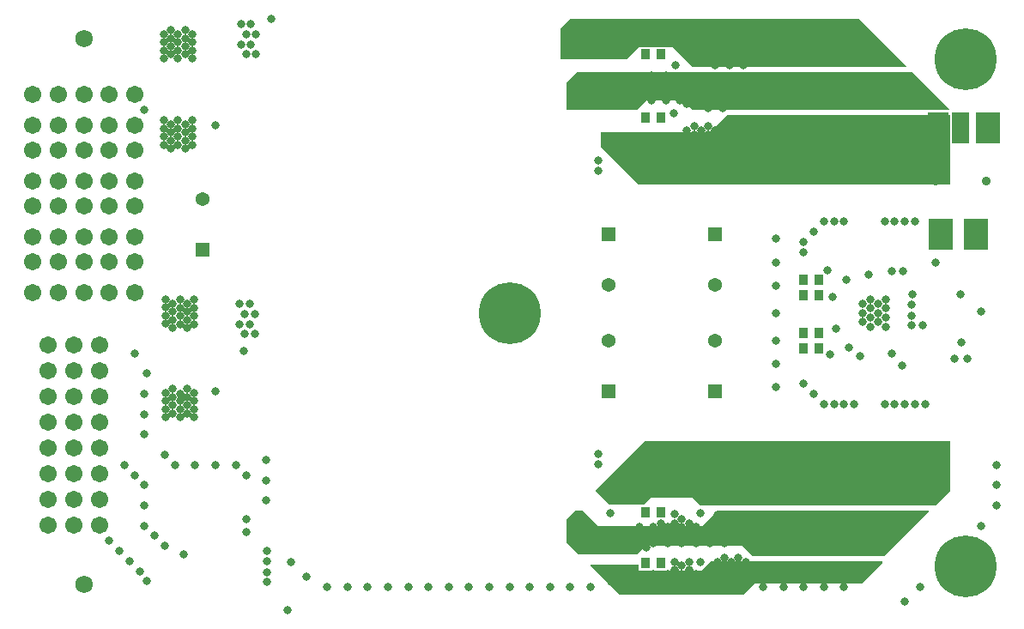
<source format=gbs>
G04*
G04 #@! TF.GenerationSoftware,Altium Limited,Altium Designer,22.9.1 (49)*
G04*
G04 Layer_Color=16711935*
%FSLAX25Y25*%
%MOIN*%
G70*
G04*
G04 #@! TF.SameCoordinates,31D07EA8-2EF4-44A7-A807-3D2BB65C9B75*
G04*
G04*
G04 #@! TF.FilePolarity,Negative*
G04*
G01*
G75*
%ADD70R,0.03740X0.04331*%
%ADD75C,0.03543*%
%ADD76C,0.06713*%
%ADD77C,0.06791*%
%ADD78C,0.05413*%
%ADD79R,0.05413X0.05413*%
%ADD80C,0.03150*%
%ADD81C,0.24016*%
%ADD94R,0.09213X0.12284*%
%ADD95R,0.07087X0.12284*%
%ADD96R,0.08307X0.12284*%
G36*
X341738Y21153D02*
X333708Y13124D01*
X291976D01*
X287645Y8793D01*
X239239D01*
X228152Y19879D01*
X228344Y20341D01*
X246949D01*
Y17898D01*
X271323Y17898D01*
X275040Y21615D01*
X341546D01*
X341738Y21153D01*
D02*
G37*
G36*
X359774Y40877D02*
X342520Y23622D01*
X291339D01*
X287402Y27559D01*
X249550D01*
X246161Y24170D01*
X223483D01*
X219052Y28602D01*
Y37950D01*
X222441Y41339D01*
X225181D01*
X231086Y35433D01*
X271654D01*
X277559Y41339D01*
X359583D01*
X359774Y40877D01*
D02*
G37*
G36*
X367956Y49058D02*
X362205Y43307D01*
X271063D01*
X268046Y46324D01*
X251721D01*
X248901Y43504D01*
X235646D01*
X230126Y49024D01*
X249426Y68324D01*
X367956D01*
Y49058D01*
D02*
G37*
G36*
X350840Y214121D02*
X350648Y213659D01*
X267922D01*
X260108Y221472D01*
X247161D01*
X242224Y216535D01*
X216535D01*
Y228346D01*
X220472Y232283D01*
X332677D01*
X350840Y214121D01*
D02*
G37*
G36*
X367648Y197312D02*
X367457Y196850D01*
X268110D01*
X264173Y200787D01*
X250000D01*
Y200450D01*
X246400Y196850D01*
X219052D01*
Y207619D01*
X223066Y211633D01*
X353328D01*
X367648Y197312D01*
D02*
G37*
G36*
X368110Y167871D02*
X246987D01*
X232283Y182575D01*
X232283Y188322D01*
X274887D01*
X281447Y194882D01*
X368110D01*
Y167871D01*
D02*
G37*
D70*
X255709Y218504D02*
D03*
X249803D02*
D03*
Y194095D02*
D03*
X255709D02*
D03*
X316929Y110236D02*
D03*
X311024D02*
D03*
X316929Y125000D02*
D03*
X311024D02*
D03*
X316929Y104331D02*
D03*
X311024D02*
D03*
X316929Y130905D02*
D03*
X311024D02*
D03*
X255709Y40551D02*
D03*
X249803D02*
D03*
Y20866D02*
D03*
X255709D02*
D03*
D75*
X362205Y169291D02*
D03*
X381890D02*
D03*
D76*
X51181Y137894D02*
D03*
X41339D02*
D03*
X31496D02*
D03*
X21654D02*
D03*
X11811D02*
D03*
X51181Y126083D02*
D03*
X41339D02*
D03*
X31496D02*
D03*
X21654D02*
D03*
X11811D02*
D03*
X31496Y202854D02*
D03*
X21654D02*
D03*
X11811D02*
D03*
X21654Y191043D02*
D03*
X11811D02*
D03*
X21654Y181201D02*
D03*
X11811D02*
D03*
X21654Y169390D02*
D03*
X11811D02*
D03*
X21654Y159547D02*
D03*
X11811D02*
D03*
X21654Y147736D02*
D03*
X11811D02*
D03*
X51181Y169390D02*
D03*
Y202854D02*
D03*
X41339D02*
D03*
X51181Y191043D02*
D03*
X41339D02*
D03*
X51181Y181201D02*
D03*
X41339D02*
D03*
Y169390D02*
D03*
X51181Y159547D02*
D03*
X41339D02*
D03*
X51181Y147736D02*
D03*
X41339D02*
D03*
X31496D02*
D03*
Y191043D02*
D03*
Y181201D02*
D03*
Y169390D02*
D03*
Y159547D02*
D03*
X37716Y105728D02*
D03*
X17717Y85728D02*
D03*
X27716Y105728D02*
D03*
X17717Y75728D02*
D03*
X27716D02*
D03*
X37716Y95728D02*
D03*
X27716Y85728D02*
D03*
X17717Y95728D02*
D03*
X27716D02*
D03*
X17717Y105728D02*
D03*
Y55728D02*
D03*
X27716Y35728D02*
D03*
X17717D02*
D03*
X27716Y45728D02*
D03*
X17717D02*
D03*
X27716Y55728D02*
D03*
Y65728D02*
D03*
X17717D02*
D03*
X37716Y85728D02*
D03*
Y75728D02*
D03*
Y65728D02*
D03*
Y55728D02*
D03*
Y45728D02*
D03*
Y35728D02*
D03*
D77*
X31496Y12808D02*
D03*
Y224508D02*
D03*
D78*
X276575Y128937D02*
D03*
Y107283D02*
D03*
X235236D02*
D03*
Y128937D02*
D03*
X77756Y162402D02*
D03*
D79*
X276575Y148622D02*
D03*
Y87598D02*
D03*
X235236D02*
D03*
Y148622D02*
D03*
X77756Y142717D02*
D03*
D80*
X342520Y82677D02*
D03*
X333071Y101181D02*
D03*
X328740Y104724D02*
D03*
X323686Y111827D02*
D03*
X372047Y125236D02*
D03*
X353150Y125189D02*
D03*
X353051Y121268D02*
D03*
X352859Y116921D02*
D03*
X94488Y32933D02*
D03*
X102772Y25814D02*
D03*
Y21772D02*
D03*
X274803Y10433D02*
D03*
X303150Y11811D02*
D03*
X212598D02*
D03*
X149606D02*
D03*
X263780Y10433D02*
D03*
X228346Y11811D02*
D03*
X280315Y10433D02*
D03*
X318898Y11811D02*
D03*
X165354D02*
D03*
X181102D02*
D03*
X252756Y10433D02*
D03*
X125984Y11811D02*
D03*
X188976D02*
D03*
X241732Y10433D02*
D03*
X295276Y11811D02*
D03*
X204724D02*
D03*
X326772Y11811D02*
D03*
X141732Y11811D02*
D03*
X196850D02*
D03*
X247244Y10433D02*
D03*
X133858Y11811D02*
D03*
X269291Y10433D02*
D03*
X285827Y10433D02*
D03*
X311024Y11811D02*
D03*
X220472D02*
D03*
X157480D02*
D03*
X258268Y10433D02*
D03*
X173228Y11811D02*
D03*
X102362Y53150D02*
D03*
Y45276D02*
D03*
Y61024D02*
D03*
X330709Y82677D02*
D03*
X346457D02*
D03*
X322835Y153543D02*
D03*
X326772D02*
D03*
X349699Y134257D02*
D03*
X345276Y134252D02*
D03*
X41339Y29528D02*
D03*
X62992Y27559D02*
D03*
X59055Y31496D02*
D03*
X55118Y35433D02*
D03*
Y43307D02*
D03*
Y51181D02*
D03*
X51181Y55118D02*
D03*
X366142Y59055D02*
D03*
Y51181D02*
D03*
X111843Y21291D02*
D03*
X334646Y19685D02*
D03*
X330709Y15748D02*
D03*
X94488Y55118D02*
D03*
X90551Y59055D02*
D03*
X82677D02*
D03*
X74803D02*
D03*
X66929D02*
D03*
X45276Y25591D02*
D03*
X53150Y17717D02*
D03*
X49213Y21654D02*
D03*
X102756Y13780D02*
D03*
X94488Y37933D02*
D03*
X70472Y24409D02*
D03*
X55935Y13882D02*
D03*
X321260Y101969D02*
D03*
X260630Y195669D02*
D03*
X257480Y200803D02*
D03*
X251969Y200787D02*
D03*
X265748Y188976D02*
D03*
X320472Y134646D02*
D03*
X268504Y190551D02*
D03*
X265748Y208661D02*
D03*
Y199213D02*
D03*
X262992Y200787D02*
D03*
X257480Y210236D02*
D03*
X260236Y208661D02*
D03*
X251969Y210236D02*
D03*
X254724Y202362D02*
D03*
X260236D02*
D03*
X257480Y203937D02*
D03*
X300394Y146850D02*
D03*
X343110Y116339D02*
D03*
X343110Y112795D02*
D03*
X343110Y123425D02*
D03*
X333957Y118110D02*
D03*
X343110Y119882D02*
D03*
X340059Y114567D02*
D03*
X333957Y121653D02*
D03*
X333957Y114567D02*
D03*
X340059Y118110D02*
D03*
X337008Y116339D02*
D03*
X337008Y123425D02*
D03*
X340059Y121653D02*
D03*
X337008Y112795D02*
D03*
X337008Y119882D02*
D03*
X353051Y113287D02*
D03*
X362205Y137795D02*
D03*
X104331Y232283D02*
D03*
X244488Y15157D02*
D03*
X241732Y13583D02*
D03*
X238976Y15157D02*
D03*
X236221Y13583D02*
D03*
X235827Y40157D02*
D03*
X97823Y109875D02*
D03*
X95854Y113812D02*
D03*
X93886Y117749D02*
D03*
X97823D02*
D03*
X95854Y121686D02*
D03*
X91917D02*
D03*
Y113812D02*
D03*
X93886Y109875D02*
D03*
X385827Y59055D02*
D03*
Y43307D02*
D03*
X350394Y5906D02*
D03*
X354331Y153543D02*
D03*
X358268Y82677D02*
D03*
X350394Y153543D02*
D03*
X346457D02*
D03*
X354331Y82677D02*
D03*
X350394D02*
D03*
X311024Y90551D02*
D03*
X314961Y86614D02*
D03*
X318898Y82677D02*
D03*
X322835D02*
D03*
X311024Y141732D02*
D03*
Y145669D02*
D03*
X314961Y149606D02*
D03*
X318898Y153543D02*
D03*
X342520D02*
D03*
X326772Y82677D02*
D03*
X357283Y113228D02*
D03*
X300394Y118110D02*
D03*
Y137795D02*
D03*
Y89370D02*
D03*
Y128740D02*
D03*
Y107480D02*
D03*
Y98425D02*
D03*
X356299Y11811D02*
D03*
X379921Y35433D02*
D03*
X47244Y59055D02*
D03*
X68110Y226378D02*
D03*
X73622Y220079D02*
D03*
Y226378D02*
D03*
X70866Y218504D02*
D03*
Y221654D02*
D03*
Y227953D02*
D03*
X68110Y220079D02*
D03*
X65354Y218504D02*
D03*
X73622Y216929D02*
D03*
X68110Y223228D02*
D03*
Y216929D02*
D03*
X65354Y227953D02*
D03*
X62599Y223228D02*
D03*
X65354Y221654D02*
D03*
X70866Y224803D02*
D03*
X65354D02*
D03*
X73622Y223228D02*
D03*
X62599Y216929D02*
D03*
Y220079D02*
D03*
Y226378D02*
D03*
X73622Y189764D02*
D03*
X70866Y181890D02*
D03*
X62598Y186614D02*
D03*
X65354Y181890D02*
D03*
X68110Y189764D02*
D03*
X65354Y188189D02*
D03*
X70866Y191339D02*
D03*
X65354Y185039D02*
D03*
X68110Y192913D02*
D03*
Y186614D02*
D03*
Y183465D02*
D03*
X62598D02*
D03*
X70866Y185039D02*
D03*
Y188189D02*
D03*
X73622Y186614D02*
D03*
Y183465D02*
D03*
X62598Y189764D02*
D03*
X65354Y191339D02*
D03*
X62598Y192913D02*
D03*
X73622D02*
D03*
X71653Y112205D02*
D03*
X74409Y113779D02*
D03*
Y116929D02*
D03*
Y120079D02*
D03*
Y123228D02*
D03*
X63382Y123350D02*
D03*
Y120201D02*
D03*
Y113902D02*
D03*
Y117051D02*
D03*
X66142Y112205D02*
D03*
Y115354D02*
D03*
X71653D02*
D03*
X68898Y113779D02*
D03*
X63386Y87008D02*
D03*
X74409D02*
D03*
X69035Y86713D02*
D03*
X71653Y88583D02*
D03*
Y85433D02*
D03*
X66142Y88583D02*
D03*
Y85433D02*
D03*
X63386Y83858D02*
D03*
Y80709D02*
D03*
Y77559D02*
D03*
X74409D02*
D03*
Y83858D02*
D03*
Y80709D02*
D03*
X68898Y123228D02*
D03*
X71653Y121653D02*
D03*
X66142D02*
D03*
X68898Y120079D02*
D03*
X71653Y118504D02*
D03*
X66142D02*
D03*
X68898Y116929D02*
D03*
Y83858D02*
D03*
X71653Y82284D02*
D03*
X66142D02*
D03*
X68898Y80709D02*
D03*
X71653Y79134D02*
D03*
X66142D02*
D03*
X68898Y77559D02*
D03*
X385827Y51181D02*
D03*
X369685Y100394D02*
D03*
X287795Y220473D02*
D03*
X287795Y217323D02*
D03*
X287795Y214173D02*
D03*
X285039Y222047D02*
D03*
X285039Y218898D02*
D03*
X285039Y215748D02*
D03*
X282283Y214173D02*
D03*
X282283Y223622D02*
D03*
X282283Y220473D02*
D03*
X282283Y217323D02*
D03*
X279528Y215748D02*
D03*
X276772Y214173D02*
D03*
X274016Y215748D02*
D03*
X283071Y39567D02*
D03*
X285827Y37992D02*
D03*
Y34843D02*
D03*
Y31693D02*
D03*
X247244Y34843D02*
D03*
Y31693D02*
D03*
Y28543D02*
D03*
X250000Y26969D02*
D03*
X291339Y16732D02*
D03*
X285750Y23092D02*
D03*
X288583Y21457D02*
D03*
X288583Y18307D02*
D03*
X280315Y23031D02*
D03*
X277559Y21457D02*
D03*
X285827Y19882D02*
D03*
X283071Y21457D02*
D03*
X288583Y15157D02*
D03*
X288583Y12008D02*
D03*
X285827Y13583D02*
D03*
X283071Y12008D02*
D03*
X285827Y16732D02*
D03*
X283071Y18307D02*
D03*
X280315Y19882D02*
D03*
X277559Y18307D02*
D03*
X238976Y12008D02*
D03*
X244488Y12008D02*
D03*
X250000Y12008D02*
D03*
X255512Y12008D02*
D03*
X261024D02*
D03*
X266535Y12008D02*
D03*
X272047Y12008D02*
D03*
X277559Y12008D02*
D03*
X280315Y13583D02*
D03*
X274803Y13583D02*
D03*
X269291Y13583D02*
D03*
X263779Y13583D02*
D03*
X258268D02*
D03*
X252756Y13583D02*
D03*
X247244Y13583D02*
D03*
X110762Y2716D02*
D03*
X283071Y15157D02*
D03*
X280315Y16732D02*
D03*
X277559Y15157D02*
D03*
X274803Y16732D02*
D03*
X272047Y15157D02*
D03*
X269291Y16732D02*
D03*
X250000Y15157D02*
D03*
X255512Y30118D02*
D03*
X266535Y21457D02*
D03*
X274803Y28543D02*
D03*
X272047Y46654D02*
D03*
X277559D02*
D03*
X283071Y56102D02*
D03*
X249213Y179528D02*
D03*
X277559Y39567D02*
D03*
X283071Y36417D02*
D03*
X280315Y37992D02*
D03*
X277559Y36417D02*
D03*
X261024Y18307D02*
D03*
Y21457D02*
D03*
X263779Y19882D02*
D03*
X266535Y18307D02*
D03*
X263779Y16732D02*
D03*
X266535Y15157D02*
D03*
X261024D02*
D03*
X258268Y16732D02*
D03*
X255512Y15157D02*
D03*
X252756Y16732D02*
D03*
X261024Y30118D02*
D03*
X258268Y31693D02*
D03*
X255512Y33268D02*
D03*
X252756Y34843D02*
D03*
X263779Y28543D02*
D03*
X269291D02*
D03*
X266535Y30118D02*
D03*
X263779Y31693D02*
D03*
X261024Y33268D02*
D03*
X258268Y34843D02*
D03*
X255512Y36417D02*
D03*
X272047Y30118D02*
D03*
X269291Y31693D02*
D03*
X266535Y33268D02*
D03*
X263779Y34843D02*
D03*
X261024Y36417D02*
D03*
X272047Y33268D02*
D03*
X269291Y34843D02*
D03*
X266535Y36417D02*
D03*
X263779Y37992D02*
D03*
X258268Y28543D02*
D03*
X252756D02*
D03*
Y31693D02*
D03*
X250000Y33268D02*
D03*
Y30118D02*
D03*
X274803Y34843D02*
D03*
Y31693D02*
D03*
X277559Y30118D02*
D03*
Y33268D02*
D03*
X280315Y28543D02*
D03*
Y31693D02*
D03*
Y34843D02*
D03*
X283071Y30118D02*
D03*
Y33268D02*
D03*
X263779Y51378D02*
D03*
X266535Y49803D02*
D03*
X261024D02*
D03*
X263779Y48228D02*
D03*
X261024Y39961D02*
D03*
X272047Y52953D02*
D03*
X274803Y51378D02*
D03*
X269291D02*
D03*
X272047Y49803D02*
D03*
X274803Y48228D02*
D03*
X269291D02*
D03*
X258268D02*
D03*
X266535Y52953D02*
D03*
X269291Y54527D02*
D03*
X272047Y56102D02*
D03*
X274803Y54527D02*
D03*
X266535Y56102D02*
D03*
X263779Y54527D02*
D03*
X261024Y52953D02*
D03*
X258268Y51378D02*
D03*
Y54527D02*
D03*
X261024Y56102D02*
D03*
X277559Y49803D02*
D03*
Y52953D02*
D03*
X280315Y51378D02*
D03*
Y48228D02*
D03*
X255512Y49803D02*
D03*
X252756Y48228D02*
D03*
X255512Y52953D02*
D03*
X252756Y51378D02*
D03*
Y54527D02*
D03*
X255512Y56102D02*
D03*
X277559D02*
D03*
X280315Y54527D02*
D03*
X283071Y49803D02*
D03*
Y52953D02*
D03*
X250000Y49803D02*
D03*
Y52953D02*
D03*
X274803Y57677D02*
D03*
X272047Y59252D02*
D03*
X269291Y57677D02*
D03*
X266535Y59252D02*
D03*
X263779Y57677D02*
D03*
X261024Y59252D02*
D03*
X258268Y57677D02*
D03*
X255512Y59252D02*
D03*
X252756Y57677D02*
D03*
X250000Y56102D02*
D03*
X277559Y59252D02*
D03*
X280315Y57677D02*
D03*
X269291Y60827D02*
D03*
X263779D02*
D03*
X258268D02*
D03*
X274803D02*
D03*
X266535Y62401D02*
D03*
X272047D02*
D03*
X261024D02*
D03*
X271260Y173228D02*
D03*
X260236D02*
D03*
X265748D02*
D03*
X257480Y174803D02*
D03*
X274016D02*
D03*
X268504D02*
D03*
X262992D02*
D03*
X322328Y124192D02*
D03*
X231233Y59346D02*
D03*
X251969Y177953D02*
D03*
X254724Y176378D02*
D03*
X282283Y179528D02*
D03*
X279527Y177953D02*
D03*
X276772Y176378D02*
D03*
X274016Y177953D02*
D03*
X271260Y176378D02*
D03*
X268504Y177953D02*
D03*
X265748Y176378D02*
D03*
X262992Y177953D02*
D03*
X260236Y176378D02*
D03*
X257480Y177953D02*
D03*
X282283Y182677D02*
D03*
Y185827D02*
D03*
Y188976D02*
D03*
X249213Y182677D02*
D03*
Y185827D02*
D03*
X251969Y181102D02*
D03*
X254724Y179528D02*
D03*
X276772D02*
D03*
X279527Y181102D02*
D03*
Y184252D02*
D03*
X276772Y182677D02*
D03*
X279527Y187402D02*
D03*
X276772Y185827D02*
D03*
X279527Y190551D02*
D03*
X276772Y188976D02*
D03*
X251969Y184252D02*
D03*
X254724Y182677D02*
D03*
Y185827D02*
D03*
X271260Y179528D02*
D03*
X274016Y181102D02*
D03*
Y184252D02*
D03*
X271260Y182677D02*
D03*
X268504Y181102D02*
D03*
X265748Y179528D02*
D03*
X257480Y181102D02*
D03*
X260236Y179528D02*
D03*
X262992Y181102D02*
D03*
X265748Y182677D02*
D03*
X274016Y187402D02*
D03*
Y190551D02*
D03*
X260236Y185827D02*
D03*
X262992Y184252D02*
D03*
X257480D02*
D03*
X260236Y182677D02*
D03*
X271260Y188976D02*
D03*
X268504Y187402D02*
D03*
X271260Y185827D02*
D03*
X265748D02*
D03*
X268504Y184252D02*
D03*
X257480Y228346D02*
D03*
X249213Y202362D02*
D03*
Y205512D02*
D03*
Y208661D02*
D03*
X251969Y203937D02*
D03*
Y207087D02*
D03*
X254724Y205512D02*
D03*
Y208661D02*
D03*
X257480Y207087D02*
D03*
X282283Y205512D02*
D03*
Y202362D02*
D03*
X279527Y203937D02*
D03*
Y207087D02*
D03*
X271260Y208661D02*
D03*
X274016Y207087D02*
D03*
X276772Y205512D02*
D03*
X274016Y197638D02*
D03*
X268504Y200787D02*
D03*
X265748Y202362D02*
D03*
X262992Y203937D02*
D03*
X260236Y205512D02*
D03*
X279527Y197638D02*
D03*
X276772Y199213D02*
D03*
X274016Y200787D02*
D03*
X271260Y202362D02*
D03*
X268504Y203937D02*
D03*
X265748Y205512D02*
D03*
X262992Y207087D02*
D03*
X268504D02*
D03*
X282283Y199213D02*
D03*
X279527Y200787D02*
D03*
X276772Y202362D02*
D03*
X274016Y203937D02*
D03*
X271260Y205512D02*
D03*
X260236Y226772D02*
D03*
X279528Y218898D02*
D03*
X279527Y222047D02*
D03*
X279527Y225197D02*
D03*
X274016Y228346D02*
D03*
X276772Y226772D02*
D03*
X276772Y223622D02*
D03*
X276772Y220472D02*
D03*
X276772Y217323D02*
D03*
X274016Y225197D02*
D03*
X274016Y222047D02*
D03*
X274016Y218898D02*
D03*
X271260Y226772D02*
D03*
X268504Y228346D02*
D03*
X262949Y228336D02*
D03*
X265748Y226772D02*
D03*
X268504Y225197D02*
D03*
X271260Y223622D02*
D03*
X271260Y220472D02*
D03*
X268504Y222047D02*
D03*
X265748Y223622D02*
D03*
X262992Y225197D02*
D03*
X262992Y222047D02*
D03*
X265748Y220472D02*
D03*
X268504Y218898D02*
D03*
X336228Y132874D02*
D03*
X51181Y102362D02*
D03*
X62992Y62992D02*
D03*
X55118Y70866D02*
D03*
Y78740D02*
D03*
Y86614D02*
D03*
X102756Y17323D02*
D03*
X118110Y15748D02*
D03*
X270866Y40157D02*
D03*
X231299Y173228D02*
D03*
X349441Y97638D02*
D03*
X374803Y100394D02*
D03*
X261396Y214209D02*
D03*
X270887Y21421D02*
D03*
X372208Y106692D02*
D03*
X379921Y118504D02*
D03*
X94488Y218504D02*
D03*
X92520Y222441D02*
D03*
Y230315D02*
D03*
X96457D02*
D03*
X98425Y226378D02*
D03*
X94488D02*
D03*
X96457Y222441D02*
D03*
X98425Y218504D02*
D03*
X55118Y196850D02*
D03*
X82677Y190945D02*
D03*
X345473Y102362D02*
D03*
X327756Y130905D02*
D03*
X82677Y87598D02*
D03*
X93504Y103347D02*
D03*
X56102Y94488D02*
D03*
X231384Y63279D02*
D03*
X231299Y177165D02*
D03*
D81*
X196850Y118110D02*
D03*
X374016Y19685D02*
D03*
Y216535D02*
D03*
D94*
X364213Y148642D02*
D03*
X377992D02*
D03*
X382716Y189941D02*
D03*
D95*
X372008D02*
D03*
D96*
X363287D02*
D03*
M02*

</source>
